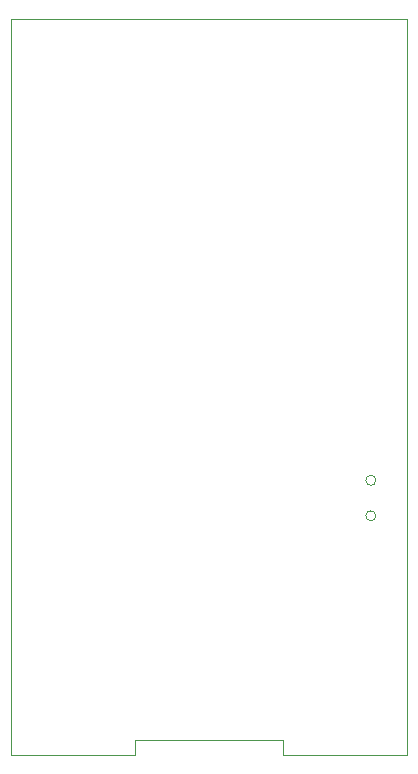
<source format=gbr>
%TF.GenerationSoftware,KiCad,Pcbnew,8.0.0*%
%TF.CreationDate,2024-03-03T14:06:41-06:00*%
%TF.ProjectId,Clock1,436c6f63-6b31-42e6-9b69-6361645f7063,4*%
%TF.SameCoordinates,Original*%
%TF.FileFunction,Profile,NP*%
%FSLAX46Y46*%
G04 Gerber Fmt 4.6, Leading zero omitted, Abs format (unit mm)*
G04 Created by KiCad (PCBNEW 8.0.0) date 2024-03-03 14:06:41*
%MOMM*%
%LPD*%
G01*
G04 APERTURE LIST*
%TA.AperFunction,Profile*%
%ADD10C,0.100000*%
%TD*%
%TA.AperFunction,Profile*%
%ADD11C,0.050000*%
%TD*%
G04 APERTURE END LIST*
D10*
X166700000Y-134600000D02*
X156200000Y-134600000D01*
X156200000Y-133300000D01*
X143600000Y-133300000D01*
X143600000Y-134600000D01*
X133100000Y-134600000D01*
X133100000Y-72300000D01*
X166700000Y-72300000D01*
X166700000Y-134600000D01*
D11*
%TO.C,SW1*%
X164025000Y-111350000D02*
G75*
G02*
X163175000Y-111350000I-425000J0D01*
G01*
X163175000Y-111350000D02*
G75*
G02*
X164025000Y-111350000I425000J0D01*
G01*
X164025000Y-114350000D02*
G75*
G02*
X163175000Y-114350000I-425000J0D01*
G01*
X163175000Y-114350000D02*
G75*
G02*
X164025000Y-114350000I425000J0D01*
G01*
%TD*%
M02*

</source>
